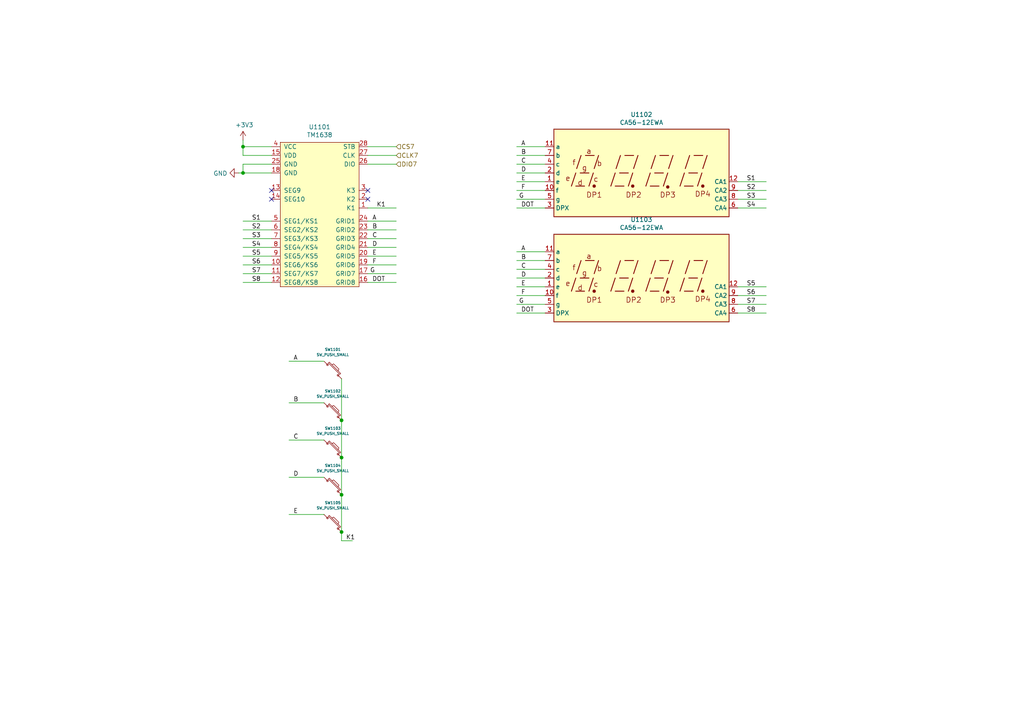
<source format=kicad_sch>
(kicad_sch (version 20211123) (generator eeschema)
  (paper "A4")
  (title_block (title "Connector Cube V2") (date "2021-12-21") (rev "V2.00A") (company "CubeDeb-F4DEB") (comment 1 "7 Segments Display / Keyboard"))
  (lib_symbols
    (symbol "CEN-SCHEMA:SW_PUSH_SMALL" (pin_numbers hide) (pin_names (offset 1.016) hide)
      (property "Reference" "SW" (at 3.81 2.794 0))
      (property "Value" "CEN-SCHEMA_SW_PUSH_SMALL" (at 0 -2.0066 0))
      (symbol "SW_PUSH_SMALL_0_1"
        (circle (center -1.524 1.524) (radius 0.254))
        (polyline (pts (xy -2.54 2.54) (xy -1.524 1.524) (xy -1.524 1.524)))
        (polyline (pts (xy 1.524 -1.524) (xy 2.54 -2.54) (xy 2.54 -2.54) (xy 2.54 -2.54)))
        (polyline (pts (xy -0.254 1.524) (xy 0.254 1.778) (xy 1.778 0.254) (xy 1.524 -0.254) (xy 1.524 -0.254) (xy 1.524 -0.254)))
        (polyline (pts (xy -1.27 2.032) (xy 2.032 -1.27) (xy 2.286 -1.016) (xy -1.016 2.286) (xy -1.27 2.032) (xy -1.27 2.032) (xy -1.27 2.032)))
        (circle (center 1.524 -1.524) (radius 0.254))
        (pin passive line (at -2.54 2.54 0) (length 0) (name "1") (number "1"))
        (pin passive line (at 2.54 -2.54 180) (length 0) (name "2") (number "2"))
      )
    )
    (symbol "Display_Character:CA56-12EWA"
      (property "Reference" "U" (at -24.13 13.97 0))
      (property "Value" "Display_Character_CA56-12EWA" (at 19.05 13.97 0))
      (symbol "CA56-12EWA_0_0"
        (rectangle (start -25.4 12.7) (end 25.4 -12.7) (stroke (width 0.254)) (fill (type background)))
        (polyline (pts (xy -20.32 -3.81) (xy -19.05 0)) (stroke (width 0.254)))
        (polyline (pts (xy -19.05 -3.81) (xy -16.51 -3.81)) (stroke (width 0.254)))
        (polyline (pts (xy -18.796 1.27) (xy -17.526 5.08)) (stroke (width 0.254)))
        (polyline (pts (xy -17.78 0) (xy -15.24 0)) (stroke (width 0.254)))
        (polyline (pts (xy -16.256 5.08) (xy -13.716 5.08)) (stroke (width 0.254)))
        (polyline (pts (xy -15.24 -3.81) (xy -13.97 0)) (stroke (width 0.254)))
        (polyline (pts (xy -13.716 1.27) (xy -12.446 5.08)) (stroke (width 0.254)))
        (polyline (pts (xy -8.89 -3.81) (xy -7.62 0)) (stroke (width 0.254)))
        (polyline (pts (xy -7.62 -3.81) (xy -5.08 -3.81)) (stroke (width 0.254)))
        (polyline (pts (xy -7.366 1.27) (xy -6.096 5.08)) (stroke (width 0.254)))
        (polyline (pts (xy -6.35 0) (xy -3.81 0)) (stroke (width 0.254)))
        (polyline (pts (xy -4.826 5.08) (xy -2.286 5.08)) (stroke (width 0.254)))
        (polyline (pts (xy -3.81 -3.81) (xy -2.54 0)) (stroke (width 0.254)))
        (polyline (pts (xy -2.286 1.27) (xy -1.016 5.08)) (stroke (width 0.254)))
        (polyline (pts (xy 1.27 -3.81) (xy 2.54 0)) (stroke (width 0.254)))
        (polyline (pts (xy 2.54 -3.81) (xy 5.08 -3.81)) (stroke (width 0.254)))
        (polyline (pts (xy 2.794 1.27) (xy 4.064 5.08)) (stroke (width 0.254)))
        (polyline (pts (xy 3.81 0) (xy 6.35 0)) (stroke (width 0.254)))
        (polyline (pts (xy 5.334 5.08) (xy 7.874 5.08)) (stroke (width 0.254)))
        (polyline (pts (xy 6.35 -3.81) (xy 7.62 0)) (stroke (width 0.254)))
        (polyline (pts (xy 7.874 1.27) (xy 9.144 5.08)) (stroke (width 0.254)))
        (polyline (pts (xy 11.176 -3.81) (xy 12.446 0)) (stroke (width 0.254)))
        (polyline (pts (xy 12.446 -3.81) (xy 14.986 -3.81)) (stroke (width 0.254)))
        (polyline (pts (xy 12.7 1.27) (xy 13.97 5.08)) (stroke (width 0.254)))
        (polyline (pts (xy 13.716 0) (xy 16.256 0)) (stroke (width 0.254)))
        (polyline (pts (xy 15.24 5.08) (xy 17.78 5.08)) (stroke (width 0.254)))
        (polyline (pts (xy 16.256 -3.81) (xy 17.526 0)) (stroke (width 0.254)))
        (polyline (pts (xy 17.78 1.27) (xy 19.05 5.08)) (stroke (width 0.254)))
        (text "a" (at -15.24 6.35 0) (effects (font (size 1.524 1.524))))
        (text "b" (at -12.192 2.794 0) (effects (font (size 1.524 1.524))))
        (text "c" (at -13.208 -1.778 0) (effects (font (size 1.524 1.524))))
        (text "d" (at -17.78 -2.794 0) (effects (font (size 1.524 1.524))))
        (text "DP1" (at -13.716 -6.35 0) (effects (font (size 1.524 1.524))))
        (text "DP2" (at -2.286 -6.35 0) (effects (font (size 1.524 1.524))))
        (text "DP3" (at 7.62 -6.35 0) (effects (font (size 1.524 1.524))))
        (text "DP4" (at 17.78 -6.096 0) (effects (font (size 1.524 1.524))))
        (text "e" (at -21.336 -1.524 0) (effects (font (size 1.524 1.524))))
        (text "f" (at -19.558 3.048 0) (effects (font (size 1.524 1.524))))
        (text "g" (at -16.51 1.524 0) (effects (font (size 1.524 1.524))))
      )
      (symbol "CA56-12EWA_0_1"
        (circle (center -13.716 -3.81) (radius 0.3556) (stroke (width 0.254)) (fill (type outline)))
        (circle (center -2.54 -3.81) (radius 0.3556) (stroke (width 0.254)) (fill (type outline)))
      )
      (symbol "CA56-12EWA_1_0"
        (circle (center 7.62 -4.064) (radius 0.3556) (stroke (width 0.254)) (fill (type outline)))
        (circle (center 17.78 -3.81) (radius 0.3556) (stroke (width 0.254)) (fill (type outline)))
      )
      (symbol "CA56-12EWA_1_1"
        (pin input line (at -27.94 -2.54 0) (length 2.54) (name "e") (number "1"))
        (pin input line (at -27.94 -5.08 0) (length 2.54) (name "f") (number "10"))
        (pin input line (at -27.94 7.62 0) (length 2.54) (name "a") (number "11"))
        (pin input line (at 27.94 -2.54 180) (length 2.54) (name "CA1") (number "12"))
        (pin input line (at -27.94 0 0) (length 2.54) (name "d") (number "2"))
        (pin input line (at -27.94 -10.16 0) (length 2.54) (name "DPX") (number "3"))
        (pin input line (at -27.94 2.54 0) (length 2.54) (name "c") (number "4"))
        (pin input line (at -27.94 -7.62 0) (length 2.54) (name "g") (number "5"))
        (pin input line (at 27.94 -10.16 180) (length 2.54) (name "CA4") (number "6"))
        (pin input line (at -27.94 5.08 0) (length 2.54) (name "b") (number "7"))
        (pin input line (at 27.94 -7.62 180) (length 2.54) (name "CA3") (number "8"))
        (pin input line (at 27.94 -5.08 180) (length 2.54) (name "CA2") (number "9"))
      )
    )
    (symbol "f4deb:TM1638" (pin_names (offset 1.016))
      (property "Reference" "U" (at -2.54 13.97 0))
      (property "Value" "f4deb_TM1638" (at -1.27 11.43 0))
      (symbol "TM1638_0_1"
        (rectangle (start 0 10.16) (end 22.86 -31.75) (fill (type background)))
      )
      (symbol "TM1638_1_1"
        (pin input line (at 25.4 -8.89 180) (length 2.54) (name "K1") (number "1"))
        (pin input line (at -2.54 -25.4 0) (length 2.54) (name "SEG6/KS6") (number "10"))
        (pin input line (at -2.54 -27.94 0) (length 2.54) (name "SEG7/KS7") (number "11"))
        (pin input line (at -2.54 -30.48 0) (length 2.54) (name "SEG8/KS8") (number "12"))
        (pin input line (at -2.54 -3.81 0) (length 2.54) (name "SEG9") (number "13"))
        (pin input line (at -2.54 -6.35 0) (length 2.54) (name "SEG10") (number "14"))
        (pin input line (at -2.54 6.35 0) (length 2.54) (name "VDD") (number "15"))
        (pin input line (at 25.4 -30.48 180) (length 2.54) (name "GRID8") (number "16"))
        (pin input line (at 25.4 -27.94 180) (length 2.54) (name "GRID7") (number "17"))
        (pin input line (at -2.54 1.27 0) (length 2.54) (name "GND") (number "18"))
        (pin input line (at 25.4 -25.4 180) (length 2.54) (name "GRID6") (number "19"))
        (pin input line (at 25.4 -6.35 180) (length 2.54) (name "K2") (number "2"))
        (pin input line (at 25.4 -22.86 180) (length 2.54) (name "GRID5") (number "20"))
        (pin input line (at 25.4 -20.32 180) (length 2.54) (name "GRID4") (number "21"))
        (pin input line (at 25.4 -17.78 180) (length 2.54) (name "GRID3") (number "22"))
        (pin input line (at 25.4 -15.24 180) (length 2.54) (name "GRID2") (number "23"))
        (pin input line (at 25.4 -12.7 180) (length 2.54) (name "GRID1") (number "24"))
        (pin input line (at -2.54 3.81 0) (length 2.54) (name "GND") (number "25"))
        (pin input line (at 25.4 3.81 180) (length 2.54) (name "DIO") (number "26"))
        (pin input line (at 25.4 6.35 180) (length 2.54) (name "CLK") (number "27"))
        (pin input line (at 25.4 8.89 180) (length 2.54) (name "STB") (number "28"))
        (pin input line (at 25.4 -3.81 180) (length 2.54) (name "K3") (number "3"))
        (pin input line (at -2.54 8.89 0) (length 2.54) (name "VCC") (number "4"))
        (pin input line (at -2.54 -12.7 0) (length 2.54) (name "SEG1/KS1") (number "5"))
        (pin input line (at -2.54 -15.24 0) (length 2.54) (name "SEG2/KS2") (number "6"))
        (pin input line (at -2.54 -17.78 0) (length 2.54) (name "SEG3/KS3") (number "7"))
        (pin input line (at -2.54 -20.32 0) (length 2.54) (name "SEG4/KS4") (number "8"))
        (pin input line (at -2.54 -22.86 0) (length 2.54) (name "SEG5/KS5") (number "9"))
      )
    )
    (symbol "power:+3.3V" (power) (pin_names (offset 0))
      (property "Value" "power_+3.3V" (at 0 3.556 0))
      (symbol "+3.3V_0_1"
        (polyline (pts (xy -0.762 1.27) (xy 0 2.54)))
        (polyline (pts (xy 0 0) (xy 0 2.54)))
        (polyline (pts (xy 0 2.54) (xy 0.762 1.27)))
      )
      (symbol "+3.3V_1_1"
        (pin power_in line (at 0 0 90) (length 0) hide (name "+3V3") (number "1"))
      )
    )
    (symbol "power:GND" (power) (pin_names (offset 0))
      (property "Value" "power_GND" (at 0 -3.81 0))
      (symbol "GND_0_1"
        (polyline (pts (xy 0 0) (xy 0 -1.27) (xy 1.27 -1.27) (xy 0 -2.54) (xy -1.27 -1.27) (xy 0 -1.27)))
      )
      (symbol "GND_1_1"
        (pin power_in line (at 0 0 270) (length 0) hide (name "GND") (number "1"))
      )
    )
  )
  (junction (at 99.06 143.51))
  (junction (at 70.485 50.165))
  (junction (at 99.06 154.305))
  (junction (at 70.485 42.545))
  (junction (at 99.06 132.715))
  (junction (at 99.06 121.92))
  (no_connect (at 78.74 57.785))
  (no_connect (at 106.68 57.785))
  (no_connect (at 106.68 55.245))
  (no_connect (at 78.74 55.245))
  (wire (pts (xy 149.86 47.625) (xy 158.115 47.625)))
  (wire (pts (xy 149.86 85.725) (xy 158.115 85.725)))
  (wire (pts (xy 99.06 156.845) (xy 102.235 156.845)))
  (wire (pts (xy 106.68 76.835) (xy 114.935 76.835)))
  (wire (pts (xy 70.485 81.915) (xy 78.74 81.915)))
  (wire (pts (xy 149.86 78.105) (xy 158.115 78.105)))
  (wire (pts (xy 99.06 154.305) (xy 99.06 156.845)))
  (wire (pts (xy 149.86 75.565) (xy 158.115 75.565)))
  (wire (pts (xy 70.485 79.375) (xy 78.74 79.375)))
  (wire (pts (xy 149.86 52.705) (xy 158.115 52.705)))
  (wire (pts (xy 106.68 69.215) (xy 114.935 69.215)))
  (wire (pts (xy 70.485 47.625) (xy 78.74 47.625)))
  (wire (pts (xy 70.485 71.755) (xy 78.74 71.755)))
  (wire (pts (xy 93.98 127.635) (xy 83.82 127.635)))
  (wire (pts (xy 149.86 57.785) (xy 158.115 57.785)))
  (wire (pts (xy 93.98 138.43) (xy 83.82 138.43)))
  (wire (pts (xy 213.995 52.705) (xy 222.25 52.705)))
  (wire (pts (xy 213.995 88.265) (xy 222.25 88.265)))
  (wire (pts (xy 106.68 64.135) (xy 114.935 64.135)))
  (wire (pts (xy 106.68 47.625) (xy 114.935 47.625)))
  (wire (pts (xy 149.86 80.645) (xy 158.115 80.645)))
  (wire (pts (xy 70.485 50.165) (xy 78.74 50.165)))
  (wire (pts (xy 99.06 132.715) (xy 99.06 143.51)))
  (wire (pts (xy 213.995 83.185) (xy 222.25 83.185)))
  (wire (pts (xy 149.86 60.325) (xy 158.115 60.325)))
  (wire (pts (xy 149.86 73.025) (xy 158.115 73.025)))
  (wire (pts (xy 70.485 45.085) (xy 78.74 45.085)))
  (wire (pts (xy 213.995 90.805) (xy 222.25 90.805)))
  (wire (pts (xy 149.86 42.545) (xy 158.115 42.545)))
  (wire (pts (xy 149.86 83.185) (xy 158.115 83.185)))
  (wire (pts (xy 70.485 64.135) (xy 78.74 64.135)))
  (wire (pts (xy 213.995 60.325) (xy 222.25 60.325)))
  (wire (pts (xy 213.995 57.785) (xy 222.25 57.785)))
  (wire (pts (xy 213.995 85.725) (xy 222.25 85.725)))
  (wire (pts (xy 70.485 69.215) (xy 78.74 69.215)))
  (wire (pts (xy 99.06 121.92) (xy 99.06 132.715)))
  (wire (pts (xy 70.485 66.675) (xy 78.74 66.675)))
  (wire (pts (xy 149.86 90.805) (xy 158.115 90.805)))
  (wire (pts (xy 106.68 79.375) (xy 114.935 79.375)))
  (wire (pts (xy 106.68 81.915) (xy 114.935 81.915)))
  (wire (pts (xy 106.68 71.755) (xy 114.935 71.755)))
  (wire (pts (xy 213.995 55.245) (xy 222.25 55.245)))
  (wire (pts (xy 106.68 66.675) (xy 114.935 66.675)))
  (wire (pts (xy 99.06 143.51) (xy 99.06 154.305)))
  (wire (pts (xy 93.98 149.225) (xy 83.82 149.225)))
  (wire (pts (xy 70.485 45.085) (xy 70.485 42.545)))
  (wire (pts (xy 106.68 60.325) (xy 114.935 60.325)))
  (wire (pts (xy 93.98 104.775) (xy 83.82 104.775)))
  (wire (pts (xy 70.485 50.165) (xy 69.215 50.165)))
  (wire (pts (xy 70.485 42.545) (xy 70.485 40.64)))
  (wire (pts (xy 106.68 42.545) (xy 114.935 42.545)))
  (wire (pts (xy 93.98 116.84) (xy 83.82 116.84)))
  (wire (pts (xy 149.86 55.245) (xy 158.115 55.245)))
  (wire (pts (xy 149.86 50.165) (xy 158.115 50.165)))
  (wire (pts (xy 106.68 74.295) (xy 114.935 74.295)))
  (wire (pts (xy 149.86 88.265) (xy 158.115 88.265)))
  (wire (pts (xy 70.485 47.625) (xy 70.485 50.165)))
  (wire (pts (xy 149.86 45.085) (xy 158.115 45.085)))
  (wire (pts (xy 70.485 76.835) (xy 78.74 76.835)))
  (wire (pts (xy 99.06 109.855) (xy 99.06 121.92)))
  (wire (pts (xy 70.485 74.295) (xy 78.74 74.295)))
  (wire (pts (xy 106.68 45.085) (xy 114.935 45.085)))
  (wire (pts (xy 70.485 42.545) (xy 78.74 42.545)))
  (label "DOT" (at 151.13 60.325 0))
  (label "E" (at 151.13 83.185 0))
  (label "C" (at 151.13 47.625 0))
  (label "G" (at 150.495 88.265 0))
  (label "A" (at 107.95 64.135 0))
  (label "E" (at 107.95 74.295 0))
  (label "S1" (at 216.535 52.705 0))
  (label "D" (at 151.13 80.645 0))
  (label "A" (at 151.13 42.545 0))
  (label "DOT" (at 107.95 81.915 0))
  (label "K1" (at 109.22 60.325 0))
  (label "E" (at 151.13 52.705 0))
  (label "S4" (at 216.535 60.325 0))
  (label "DOT" (at 151.13 90.805 0))
  (label "G" (at 150.495 57.785 0))
  (label "S4" (at 73.025 71.755 0))
  (label "D" (at 151.13 50.165 0))
  (label "A" (at 85.09 104.775 0))
  (label "S2" (at 216.535 55.245 0))
  (label "S8" (at 73.025 81.915 0))
  (label "B" (at 151.13 75.565 0))
  (label "S6" (at 216.535 85.725 0))
  (label "D" (at 107.95 71.755 0))
  (label "S2" (at 73.025 66.675 0))
  (label "S5" (at 216.535 83.185 0))
  (label "F" (at 151.13 85.725 0))
  (label "S1" (at 73.025 64.135 0))
  (label "B" (at 85.09 116.84 0))
  (label "B" (at 107.95 66.675 0))
  (label "S3" (at 216.535 57.785 0))
  (label "A" (at 151.13 73.025 0))
  (label "C" (at 85.09 127.635 0))
  (label "F" (at 151.13 55.245 0))
  (label "B" (at 151.13 45.085 0))
  (label "S7" (at 216.535 88.265 0))
  (label "S3" (at 73.025 69.215 0))
  (label "G" (at 107.315 79.375 0))
  (label "C" (at 107.95 69.215 0))
  (label "D" (at 85.09 138.43 0))
  (label "S8" (at 216.535 90.805 0))
  (label "S7" (at 73.025 79.375 0))
  (label "F" (at 107.95 76.835 0))
  (label "S6" (at 73.025 76.835 0))
  (label "C" (at 151.13 78.105 0))
  (label "K1" (at 100.33 156.845 0))
  (label "E" (at 85.09 149.225 0))
  (label "S5" (at 73.025 74.295 0))
  (hierarchical_label "CS7" (shape input) (at 114.935 42.545 0))
  (hierarchical_label "DIO7" (shape input) (at 114.935 47.625 0))
  (hierarchical_label "CLK7" (shape input) (at 114.935 45.085 0))
  (symbol (lib_id "Display_Character:CA56-12EWA") (at 186.055 50.165 0) (unit 1)
    (property "Reference" "U1102" (at 186.055 33.2232 0))
    (property "Value" "CA56-12EWA" (at 186.055 35.5346 0))
    (property "Footprint" "F4DEB-LIBRARY-KICAD5:2841BS" (effects hide))
    (property "Datasheet" "http://www.kingbrightusa.com/images/catalog/SPEC/CA56-12EWA.pdf" (effects hide))
  )
  (symbol (lib_id "Display_Character:CA56-12EWA") (at 186.055 80.645 0) (unit 1)
    (property "Reference" "U1103" (at 186.055 63.7032 0))
    (property "Value" "CA56-12EWA" (at 186.055 66.0146 0))
    (property "Footprint" "F4DEB-LIBRARY-KICAD5:2841BS" (effects hide))
    (property "Datasheet" "http://www.kingbrightusa.com/images/catalog/SPEC/CA56-12EWA.pdf" (effects hide))
  )
  (symbol (lib_id "f4deb:TM1638") (at 81.28 51.435 0) (unit 1)
    (property "Reference" "U1101" (at 92.71 36.83 0))
    (property "Value" "TM1638" (at 92.71 39.1414 0))
    (property "Footprint" "Package_SO:SOIC-28W_7.5x17.9mm_P1.27mm" (effects hide))
  )
  (symbol (lib_id "CEN-SCHEMA:SW_PUSH_SMALL") (at 96.52 107.315 0) (unit 1)
    (property "Reference" "SW1101" (at 96.52 101.3714 0) (effects (font (size 0.762 0.762))))
    (property "Value" "SW_PUSH_SMALL" (at 96.52 102.8954 0) (effects (font (size 0.762 0.762))))
    (property "Footprint" "F4DEB-LIBRARY-KICAD5:BOUTON_SWITCH_4.5x4.5_angled" (effects hide))
  )
  (symbol (lib_id "CEN-SCHEMA:SW_PUSH_SMALL") (at 96.52 119.38 0) (unit 1)
    (property "Reference" "SW1102" (at 96.52 113.4364 0) (effects (font (size 0.762 0.762))))
    (property "Value" "SW_PUSH_SMALL" (at 96.52 114.9604 0) (effects (font (size 0.762 0.762))))
    (property "Footprint" "F4DEB-LIBRARY-KICAD5:BOUTON_SWITCH_4.5x4.5_angled" (effects hide))
  )
  (symbol (lib_id "CEN-SCHEMA:SW_PUSH_SMALL") (at 96.52 130.175 0) (unit 1)
    (property "Reference" "SW1103" (at 96.52 124.2314 0) (effects (font (size 0.762 0.762))))
    (property "Value" "SW_PUSH_SMALL" (at 96.52 125.7554 0) (effects (font (size 0.762 0.762))))
    (property "Footprint" "F4DEB-LIBRARY-KICAD5:BOUTON_SWITCH_4.5x4.5_angled" (effects hide))
  )
  (symbol (lib_id "CEN-SCHEMA:SW_PUSH_SMALL") (at 96.52 140.97 0) (unit 1)
    (property "Reference" "SW1104" (at 96.52 135.0264 0) (effects (font (size 0.762 0.762))))
    (property "Value" "SW_PUSH_SMALL" (at 96.52 136.5504 0) (effects (font (size 0.762 0.762))))
    (property "Footprint" "F4DEB-LIBRARY-KICAD5:BOUTON_SWITCH_4.5x4.5_angled" (effects hide))
  )
  (symbol (lib_id "CEN-SCHEMA:SW_PUSH_SMALL") (at 96.52 151.765 0) (unit 1)
    (property "Reference" "SW1105" (at 96.52 145.8214 0) (effects (font (size 0.762 0.762))))
    (property "Value" "SW_PUSH_SMALL" (at 96.52 147.3454 0) (effects (font (size 0.762 0.762))))
    (property "Footprint" "F4DEB-LIBRARY-KICAD5:BOUTON_SWITCH_4.5x4.5_angled" (effects hide))
  )
  (symbol (lib_id "power:+3.3V") (at 70.485 40.64 0) (unit 1)
    (property "Reference" "#PWR0158" (effects hide))
    (property "Value" "+3.3V" (at 70.866 36.2458 0))
  )
  (symbol (lib_id "power:GND") (at 69.215 50.165 270) (unit 1)
    (property "Reference" "#PWR0169" (effects hide))
    (property "Value" "GND" (at 65.9638 50.292 90) (effects (justify right)))
  )
)
</source>
